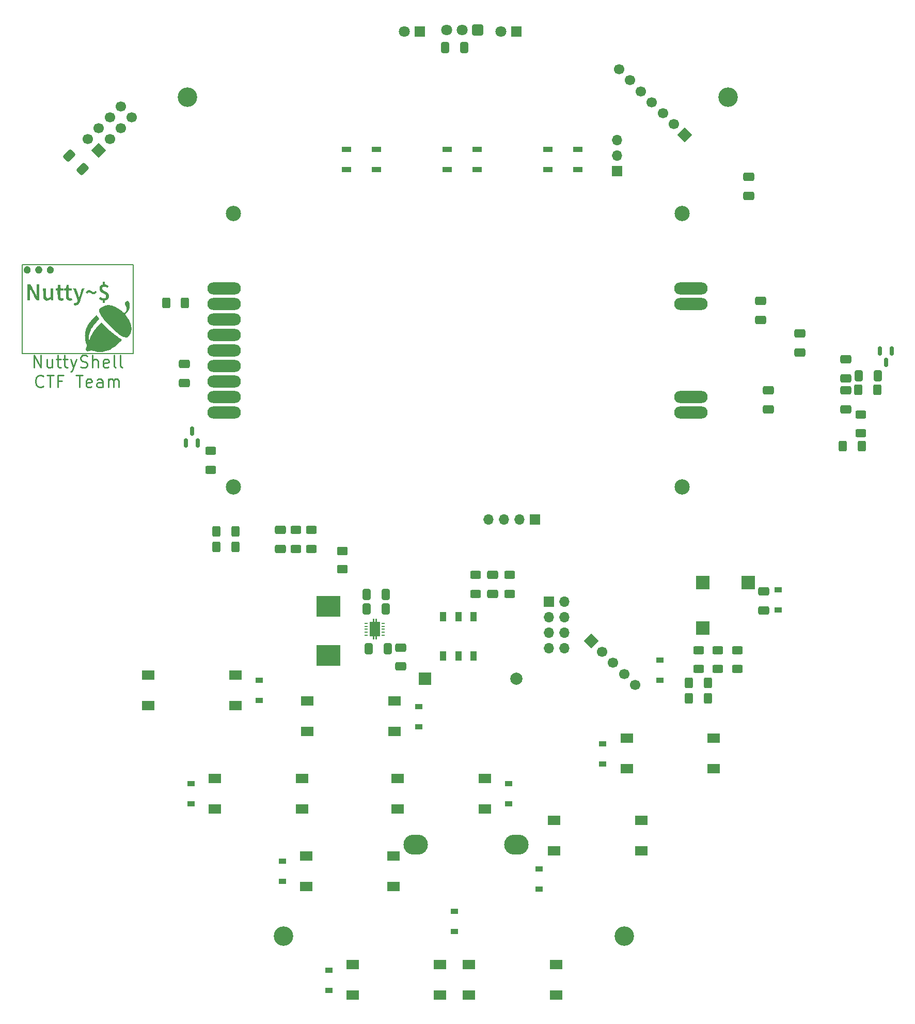
<source format=gts>
%TF.GenerationSoftware,KiCad,Pcbnew,(6.0.11)*%
%TF.CreationDate,2024-05-07T01:49:41+08:00*%
%TF.ProjectId,badge,62616467-652e-46b6-9963-61645f706362,rev?*%
%TF.SameCoordinates,Original*%
%TF.FileFunction,Soldermask,Top*%
%TF.FilePolarity,Negative*%
%FSLAX46Y46*%
G04 Gerber Fmt 4.6, Leading zero omitted, Abs format (unit mm)*
G04 Created by KiCad (PCBNEW (6.0.11)) date 2024-05-07 01:49:41*
%MOMM*%
%LPD*%
G01*
G04 APERTURE LIST*
G04 Aperture macros list*
%AMRoundRect*
0 Rectangle with rounded corners*
0 $1 Rounding radius*
0 $2 $3 $4 $5 $6 $7 $8 $9 X,Y pos of 4 corners*
0 Add a 4 corners polygon primitive as box body*
4,1,4,$2,$3,$4,$5,$6,$7,$8,$9,$2,$3,0*
0 Add four circle primitives for the rounded corners*
1,1,$1+$1,$2,$3*
1,1,$1+$1,$4,$5*
1,1,$1+$1,$6,$7*
1,1,$1+$1,$8,$9*
0 Add four rect primitives between the rounded corners*
20,1,$1+$1,$2,$3,$4,$5,0*
20,1,$1+$1,$4,$5,$6,$7,0*
20,1,$1+$1,$6,$7,$8,$9,0*
20,1,$1+$1,$8,$9,$2,$3,0*%
%AMHorizOval*
0 Thick line with rounded ends*
0 $1 width*
0 $2 $3 position (X,Y) of the first rounded end (center of the circle)*
0 $4 $5 position (X,Y) of the second rounded end (center of the circle)*
0 Add line between two ends*
20,1,$1,$2,$3,$4,$5,0*
0 Add two circle primitives to create the rounded ends*
1,1,$1,$2,$3*
1,1,$1,$4,$5*%
%AMRotRect*
0 Rectangle, with rotation*
0 The origin of the aperture is its center*
0 $1 length*
0 $2 width*
0 $3 Rotation angle, in degrees counterclockwise*
0 Add horizontal line*
21,1,$1,$2,0,0,$3*%
%AMFreePoly0*
4,1,21,-0.125000,1.200000,0.125000,1.200000,0.125000,1.700000,0.375000,1.700000,0.375000,1.200000,0.825000,1.200000,0.825000,-1.200000,0.375000,-1.200000,0.375000,-1.700000,0.125000,-1.700000,0.125000,-1.200000,-0.125000,-1.200000,-0.125000,-1.700000,-0.375000,-1.700000,-0.375000,-1.200000,-0.825000,-1.200000,-0.825000,1.200000,-0.375000,1.200000,-0.375000,1.700000,-0.125000,1.700000,
-0.125000,1.200000,-0.125000,1.200000,$1*%
G04 Aperture macros list end*
%ADD10C,0.000000*%
%ADD11C,0.150000*%
%ADD12C,0.280000*%
%ADD13R,1.200000X0.900000*%
%ADD14R,2.195000X2.195000*%
%ADD15RoundRect,0.250000X-0.412500X-0.650000X0.412500X-0.650000X0.412500X0.650000X-0.412500X0.650000X0*%
%ADD16RoundRect,0.250000X-0.625000X0.400000X-0.625000X-0.400000X0.625000X-0.400000X0.625000X0.400000X0*%
%ADD17C,3.200000*%
%ADD18R,2.000000X1.500000*%
%ADD19RoundRect,0.250000X0.400000X0.625000X-0.400000X0.625000X-0.400000X-0.625000X0.400000X-0.625000X0*%
%ADD20RoundRect,0.250000X0.625000X-0.400000X0.625000X0.400000X-0.625000X0.400000X-0.625000X-0.400000X0*%
%ADD21RoundRect,0.250000X-0.650000X0.412500X-0.650000X-0.412500X0.650000X-0.412500X0.650000X0.412500X0*%
%ADD22RoundRect,0.250000X0.650000X-0.412500X0.650000X0.412500X-0.650000X0.412500X-0.650000X-0.412500X0*%
%ADD23RotRect,1.700000X1.700000X45.000000*%
%ADD24HorizOval,1.700000X0.000000X0.000000X0.000000X0.000000X0*%
%ADD25RotRect,1.700000X1.700000X225.000000*%
%ADD26HorizOval,1.700000X0.000000X0.000000X0.000000X0.000000X0*%
%ADD27RoundRect,0.250000X0.412500X0.650000X-0.412500X0.650000X-0.412500X-0.650000X0.412500X-0.650000X0*%
%ADD28RoundRect,0.250200X0.649800X0.649800X-0.649800X0.649800X-0.649800X-0.649800X0.649800X-0.649800X0*%
%ADD29C,1.800000*%
%ADD30RotRect,1.700000X1.700000X135.000000*%
%ADD31HorizOval,1.700000X0.000000X0.000000X0.000000X0.000000X0*%
%ADD32R,1.500000X0.900000*%
%ADD33RoundRect,0.250000X-0.400000X-0.625000X0.400000X-0.625000X0.400000X0.625000X-0.400000X0.625000X0*%
%ADD34R,1.700000X1.700000*%
%ADD35O,1.700000X1.700000*%
%ADD36R,1.800000X1.800000*%
%ADD37RoundRect,0.150000X-0.150000X0.587500X-0.150000X-0.587500X0.150000X-0.587500X0.150000X0.587500X0*%
%ADD38RoundRect,0.250000X-0.751301X-0.167938X-0.167938X-0.751301X0.751301X0.167938X0.167938X0.751301X0*%
%ADD39R,4.000000X3.500000*%
%ADD40RoundRect,0.250001X-0.624999X0.462499X-0.624999X-0.462499X0.624999X-0.462499X0.624999X0.462499X0*%
%ADD41RoundRect,0.150000X0.150000X-0.587500X0.150000X0.587500X-0.150000X0.587500X-0.150000X-0.587500X0*%
%ADD42R,1.000000X1.550000*%
%ADD43O,5.500000X2.000000*%
%ADD44C,2.500000*%
%ADD45FreePoly0,0.000000*%
%ADD46R,0.600000X0.240000*%
%ADD47C,2.000000*%
%ADD48R,2.000000X2.000000*%
%ADD49O,4.000000X3.300000*%
G04 APERTURE END LIST*
D10*
G36*
X32537399Y-81765422D02*
G01*
X32545866Y-82042000D01*
X32794221Y-82050467D01*
X33039755Y-82058934D01*
X33039755Y-82423000D01*
X32531755Y-82423000D01*
X32534577Y-82922533D01*
X32534861Y-83020665D01*
X32535790Y-83109097D01*
X32537479Y-83188452D01*
X32540045Y-83259348D01*
X32543603Y-83322405D01*
X32545791Y-83351189D01*
X32548269Y-83378245D01*
X32551054Y-83403652D01*
X32554159Y-83427486D01*
X32557599Y-83449827D01*
X32561388Y-83470750D01*
X32565541Y-83490334D01*
X32570073Y-83508656D01*
X32574997Y-83525793D01*
X32580328Y-83541824D01*
X32586081Y-83556825D01*
X32592270Y-83570874D01*
X32598910Y-83584049D01*
X32606015Y-83596427D01*
X32613599Y-83608086D01*
X32621677Y-83619103D01*
X32630264Y-83629555D01*
X32639374Y-83639521D01*
X32649021Y-83649077D01*
X32659221Y-83658302D01*
X32669986Y-83667273D01*
X32681333Y-83676066D01*
X32693571Y-83685034D01*
X32705024Y-83692906D01*
X32715898Y-83699712D01*
X32726400Y-83705479D01*
X32736737Y-83710238D01*
X32747115Y-83714018D01*
X32757741Y-83716846D01*
X32768821Y-83718753D01*
X32780564Y-83719766D01*
X32793174Y-83719916D01*
X32806860Y-83719230D01*
X32821826Y-83717739D01*
X32838282Y-83715470D01*
X32856432Y-83712452D01*
X32898644Y-83704289D01*
X33036933Y-83676066D01*
X33067977Y-83811533D01*
X33075364Y-83847405D01*
X33081564Y-83879035D01*
X33086450Y-83906746D01*
X33089893Y-83930860D01*
X33091034Y-83941669D01*
X33091765Y-83951700D01*
X33092072Y-83960993D01*
X33091938Y-83969589D01*
X33091348Y-83977527D01*
X33090284Y-83984848D01*
X33088732Y-83991592D01*
X33086674Y-83997800D01*
X33084096Y-84003512D01*
X33080981Y-84008768D01*
X33077313Y-84013608D01*
X33073076Y-84018074D01*
X33068254Y-84022204D01*
X33062831Y-84026040D01*
X33056791Y-84029622D01*
X33050118Y-84032989D01*
X33042796Y-84036184D01*
X33034809Y-84039244D01*
X33016775Y-84045127D01*
X32995889Y-84050961D01*
X32972022Y-84057067D01*
X32932539Y-84066107D01*
X32893491Y-84073657D01*
X32854915Y-84079734D01*
X32816849Y-84084352D01*
X32779331Y-84087528D01*
X32742398Y-84089276D01*
X32706089Y-84089612D01*
X32670441Y-84088552D01*
X32635491Y-84086112D01*
X32601278Y-84082306D01*
X32567838Y-84077150D01*
X32535211Y-84070660D01*
X32503433Y-84062851D01*
X32472543Y-84053739D01*
X32442577Y-84043339D01*
X32413574Y-84031667D01*
X32385572Y-84018738D01*
X32358608Y-84004567D01*
X32332720Y-83989171D01*
X32307945Y-83972565D01*
X32284322Y-83954764D01*
X32261887Y-83935784D01*
X32240680Y-83915640D01*
X32220737Y-83894348D01*
X32202097Y-83871923D01*
X32184796Y-83848380D01*
X32168873Y-83823736D01*
X32154365Y-83798006D01*
X32141311Y-83771205D01*
X32129748Y-83743349D01*
X32119713Y-83714453D01*
X32111244Y-83684533D01*
X32105048Y-83646367D01*
X32099249Y-83590342D01*
X32093980Y-83518441D01*
X32089371Y-83432650D01*
X32085557Y-83334953D01*
X32082669Y-83227333D01*
X32080839Y-83111777D01*
X32080199Y-82990267D01*
X32080199Y-82423000D01*
X31797977Y-82423000D01*
X31797977Y-82058934D01*
X31947555Y-82050467D01*
X32094310Y-82042000D01*
X32125355Y-81773889D01*
X32137834Y-81669555D01*
X32148991Y-81582683D01*
X32153660Y-81548607D01*
X32157502Y-81522270D01*
X32160352Y-81504797D01*
X32161353Y-81499735D01*
X32162044Y-81497311D01*
X32163020Y-81496783D01*
X32165881Y-81496258D01*
X32176861Y-81495239D01*
X32217078Y-81493431D01*
X32276344Y-81492152D01*
X32348311Y-81491667D01*
X32528933Y-81491667D01*
X32537399Y-81765422D01*
G37*
G36*
X30922599Y-78447939D02*
G01*
X30950395Y-78451258D01*
X30978000Y-78456235D01*
X31005362Y-78462816D01*
X31032426Y-78470947D01*
X31059141Y-78480574D01*
X31085454Y-78491645D01*
X31111313Y-78504104D01*
X31136664Y-78517899D01*
X31161454Y-78532976D01*
X31185632Y-78549280D01*
X31209144Y-78566758D01*
X31231938Y-78585357D01*
X31253961Y-78605022D01*
X31275161Y-78625701D01*
X31295483Y-78647338D01*
X31314877Y-78669880D01*
X31333289Y-78693275D01*
X31350666Y-78717467D01*
X31366956Y-78742403D01*
X31382106Y-78768030D01*
X31396063Y-78794293D01*
X31408775Y-78821139D01*
X31420189Y-78848515D01*
X31430252Y-78876366D01*
X31438911Y-78904638D01*
X31446114Y-78933279D01*
X31451809Y-78962233D01*
X31455941Y-78991448D01*
X31458459Y-79020870D01*
X31459310Y-79050445D01*
X31458737Y-79073787D01*
X31457037Y-79097219D01*
X31454241Y-79120697D01*
X31450381Y-79144179D01*
X31445487Y-79167622D01*
X31439591Y-79190982D01*
X31432723Y-79214217D01*
X31424915Y-79237285D01*
X31416197Y-79260141D01*
X31406600Y-79282744D01*
X31396157Y-79305050D01*
X31384896Y-79327017D01*
X31372851Y-79348601D01*
X31360050Y-79369760D01*
X31346527Y-79390451D01*
X31332310Y-79410631D01*
X31317433Y-79430257D01*
X31301925Y-79449286D01*
X31285817Y-79467675D01*
X31269141Y-79485381D01*
X31251928Y-79502362D01*
X31234208Y-79518575D01*
X31216013Y-79533976D01*
X31197373Y-79548523D01*
X31178320Y-79562173D01*
X31158884Y-79574883D01*
X31139098Y-79586610D01*
X31118990Y-79597311D01*
X31098594Y-79606944D01*
X31077939Y-79615465D01*
X31057056Y-79622831D01*
X31035977Y-79629001D01*
X30982535Y-79640993D01*
X30930237Y-79648010D01*
X30879203Y-79650270D01*
X30829553Y-79647990D01*
X30781405Y-79641388D01*
X30734879Y-79630681D01*
X30690095Y-79616087D01*
X30647172Y-79597824D01*
X30606229Y-79576108D01*
X30567386Y-79551159D01*
X30530761Y-79523192D01*
X30496475Y-79492426D01*
X30464647Y-79459078D01*
X30435396Y-79423366D01*
X30408841Y-79385508D01*
X30385102Y-79345720D01*
X30364299Y-79304221D01*
X30346550Y-79261228D01*
X30331975Y-79216958D01*
X30320693Y-79171630D01*
X30312824Y-79125460D01*
X30308487Y-79078666D01*
X30307801Y-79031467D01*
X30310887Y-78984078D01*
X30317862Y-78936719D01*
X30328847Y-78889606D01*
X30343961Y-78842957D01*
X30363324Y-78796990D01*
X30387054Y-78751922D01*
X30415271Y-78707971D01*
X30448094Y-78665354D01*
X30485644Y-78624288D01*
X30498657Y-78611633D01*
X30512229Y-78599109D01*
X30526255Y-78586784D01*
X30540633Y-78574724D01*
X30555259Y-78562994D01*
X30570029Y-78551661D01*
X30584841Y-78540791D01*
X30599591Y-78530451D01*
X30614176Y-78520705D01*
X30628491Y-78511621D01*
X30642435Y-78503265D01*
X30655903Y-78495702D01*
X30668793Y-78488999D01*
X30681000Y-78483222D01*
X30692422Y-78478437D01*
X30702955Y-78474711D01*
X30722953Y-78469447D01*
X30744406Y-78464348D01*
X30766653Y-78459580D01*
X30789033Y-78455308D01*
X30810883Y-78451698D01*
X30831543Y-78448914D01*
X30850350Y-78447123D01*
X30858852Y-78446651D01*
X30866644Y-78446489D01*
X30894664Y-78446331D01*
X30922599Y-78447939D01*
G37*
D11*
X26289000Y-78206600D02*
X44450000Y-78206600D01*
X44450000Y-78206600D02*
X44450000Y-92760800D01*
X44450000Y-92760800D02*
X26289000Y-92760800D01*
X26289000Y-92760800D02*
X26289000Y-78206600D01*
D10*
G36*
X27107317Y-78447861D02*
G01*
X27123010Y-78449063D01*
X27139299Y-78451150D01*
X27156480Y-78454118D01*
X27174852Y-78457962D01*
X27194713Y-78462678D01*
X27240089Y-78474711D01*
X27288064Y-78489641D01*
X27333514Y-78507900D01*
X27376359Y-78529374D01*
X27416522Y-78553954D01*
X27453922Y-78581526D01*
X27488483Y-78611980D01*
X27520125Y-78645204D01*
X27548769Y-78681086D01*
X27574338Y-78719515D01*
X27596752Y-78760379D01*
X27615934Y-78803566D01*
X27631804Y-78848965D01*
X27644284Y-78896464D01*
X27653296Y-78945951D01*
X27658761Y-78997315D01*
X27660600Y-79050445D01*
X27658357Y-79106923D01*
X27651783Y-79160958D01*
X27641112Y-79212488D01*
X27626579Y-79261450D01*
X27608415Y-79307783D01*
X27586855Y-79351425D01*
X27562133Y-79392313D01*
X27534482Y-79430386D01*
X27504135Y-79465582D01*
X27471326Y-79497839D01*
X27436289Y-79527094D01*
X27399257Y-79553285D01*
X27360465Y-79576352D01*
X27320144Y-79596230D01*
X27278530Y-79612860D01*
X27235855Y-79626178D01*
X27192354Y-79636123D01*
X27148259Y-79642632D01*
X27103804Y-79645643D01*
X27059224Y-79645096D01*
X27014751Y-79640926D01*
X26970619Y-79633074D01*
X26927061Y-79621475D01*
X26884312Y-79606070D01*
X26842605Y-79586794D01*
X26802173Y-79563587D01*
X26763250Y-79536387D01*
X26726069Y-79505131D01*
X26690865Y-79469757D01*
X26657870Y-79430204D01*
X26627319Y-79386409D01*
X26599444Y-79338311D01*
X26584308Y-79307063D01*
X26571158Y-79275283D01*
X26559962Y-79243054D01*
X26550689Y-79210457D01*
X26543308Y-79177572D01*
X26537786Y-79144481D01*
X26534093Y-79111265D01*
X26532196Y-79078005D01*
X26532065Y-79044783D01*
X26533667Y-79011678D01*
X26536972Y-78978774D01*
X26541947Y-78946149D01*
X26548561Y-78913887D01*
X26556784Y-78882067D01*
X26566582Y-78850771D01*
X26577925Y-78820081D01*
X26590781Y-78790077D01*
X26605118Y-78760840D01*
X26620906Y-78732451D01*
X26638112Y-78704993D01*
X26656705Y-78678545D01*
X26676654Y-78653189D01*
X26697926Y-78629006D01*
X26720491Y-78606077D01*
X26744317Y-78584484D01*
X26769372Y-78564307D01*
X26795625Y-78545628D01*
X26823045Y-78528527D01*
X26851599Y-78513086D01*
X26881256Y-78499386D01*
X26911986Y-78487509D01*
X26943755Y-78477534D01*
X26989131Y-78464564D01*
X27008992Y-78459458D01*
X27027364Y-78455265D01*
X27044545Y-78451982D01*
X27060833Y-78449604D01*
X27076526Y-78448127D01*
X27091922Y-78447548D01*
X27107317Y-78447861D01*
G37*
G36*
X38492079Y-86466915D02*
G01*
X38499304Y-86472161D01*
X38518608Y-86490214D01*
X38543527Y-86517188D01*
X38573030Y-86551691D01*
X38641673Y-86637708D01*
X38716302Y-86737119D01*
X38788682Y-86838780D01*
X38850578Y-86931544D01*
X38875021Y-86971107D01*
X38893755Y-87004266D01*
X38905750Y-87029628D01*
X38908899Y-87038950D01*
X38909977Y-87045800D01*
X38908773Y-87050737D01*
X38905242Y-87058042D01*
X38899503Y-87067572D01*
X38891677Y-87079181D01*
X38870240Y-87108060D01*
X38841891Y-87143519D01*
X38807589Y-87184403D01*
X38768292Y-87229553D01*
X38724961Y-87277812D01*
X38678555Y-87328022D01*
X38628394Y-87380922D01*
X38576249Y-87436898D01*
X38471827Y-87551330D01*
X38376930Y-87657825D01*
X38303198Y-87742889D01*
X38274999Y-87777163D01*
X38247989Y-87809652D01*
X38200188Y-87866361D01*
X38165087Y-87907195D01*
X38153952Y-87919840D01*
X38147976Y-87926333D01*
X38143148Y-87931674D01*
X38135277Y-87941017D01*
X38111993Y-87969725D01*
X38081301Y-88008486D01*
X38046376Y-88053333D01*
X37941281Y-88196097D01*
X37842068Y-88341371D01*
X37748999Y-88488488D01*
X37662334Y-88636784D01*
X37582332Y-88785592D01*
X37509256Y-88934247D01*
X37443364Y-89082084D01*
X37384918Y-89228436D01*
X37334178Y-89372639D01*
X37291405Y-89514026D01*
X37256858Y-89651933D01*
X37230798Y-89785692D01*
X37213487Y-89914640D01*
X37205183Y-90038110D01*
X37206149Y-90155437D01*
X37216643Y-90265955D01*
X37222679Y-90305793D01*
X37229079Y-90343622D01*
X37235743Y-90379151D01*
X37242573Y-90412093D01*
X37249468Y-90442158D01*
X37256331Y-90469056D01*
X37263061Y-90492498D01*
X37269560Y-90512194D01*
X37272692Y-90520548D01*
X37275728Y-90527856D01*
X37278657Y-90534083D01*
X37281466Y-90539193D01*
X37284143Y-90543149D01*
X37286675Y-90545916D01*
X37289050Y-90547458D01*
X37290175Y-90547757D01*
X37291256Y-90547737D01*
X37292291Y-90547392D01*
X37293279Y-90546718D01*
X37295109Y-90544365D01*
X37296731Y-90540641D01*
X37298135Y-90535511D01*
X37299307Y-90528938D01*
X37300235Y-90520886D01*
X37300907Y-90511318D01*
X37301310Y-90500200D01*
X37303622Y-90479072D01*
X37310284Y-90449179D01*
X37335000Y-90367203D01*
X37372152Y-90262472D01*
X37418432Y-90143189D01*
X37470533Y-90017556D01*
X37525148Y-89893775D01*
X37578968Y-89780048D01*
X37628688Y-89684577D01*
X37686979Y-89584179D01*
X37753174Y-89476703D01*
X37826183Y-89363803D01*
X37904913Y-89247133D01*
X37988273Y-89128346D01*
X38075172Y-89009096D01*
X38164519Y-88891036D01*
X38255221Y-88775821D01*
X38366671Y-88638613D01*
X38508119Y-88469787D01*
X38666433Y-88284292D01*
X38828485Y-88097077D01*
X38981144Y-87923092D01*
X39111280Y-87777285D01*
X39205764Y-87674604D01*
X39235533Y-87644108D01*
X39251465Y-87630000D01*
X39253495Y-87629426D01*
X39256396Y-87629808D01*
X39264722Y-87633357D01*
X39276264Y-87640486D01*
X39290844Y-87651034D01*
X39328409Y-87681742D01*
X39375996Y-87724191D01*
X39432181Y-87777091D01*
X39495544Y-87839152D01*
X39564661Y-87909085D01*
X39638110Y-87985599D01*
X39782595Y-88135365D01*
X39924037Y-88279904D01*
X40062568Y-88419285D01*
X40198321Y-88553572D01*
X40331429Y-88682832D01*
X40462022Y-88807131D01*
X40590235Y-88926535D01*
X40716199Y-89041110D01*
X40888316Y-89189933D01*
X41091422Y-89356450D01*
X41316026Y-89533484D01*
X41552635Y-89713858D01*
X41791757Y-89890396D01*
X42023902Y-90055920D01*
X42239576Y-90203254D01*
X42429287Y-90325222D01*
X42450174Y-90338503D01*
X42470436Y-90351834D01*
X42489978Y-90365132D01*
X42508707Y-90378315D01*
X42526525Y-90391299D01*
X42543340Y-90404002D01*
X42559054Y-90416341D01*
X42573574Y-90428233D01*
X42586804Y-90439597D01*
X42598648Y-90450348D01*
X42609013Y-90460405D01*
X42617803Y-90469685D01*
X42624923Y-90478104D01*
X42627826Y-90481966D01*
X42630277Y-90485582D01*
X42632262Y-90488941D01*
X42633771Y-90492034D01*
X42634790Y-90494849D01*
X42635309Y-90497377D01*
X42633203Y-90504577D01*
X42627028Y-90515452D01*
X42603328Y-90547384D01*
X42565918Y-90591486D01*
X42516511Y-90646073D01*
X42388553Y-90779952D01*
X42233143Y-90935527D01*
X42063976Y-91099304D01*
X41894742Y-91257790D01*
X41739134Y-91397490D01*
X41610844Y-91504910D01*
X41534165Y-91564346D01*
X41455671Y-91622942D01*
X41294446Y-91736906D01*
X41129583Y-91845379D01*
X40963496Y-91946941D01*
X40798600Y-92040168D01*
X40717353Y-92083212D01*
X40637309Y-92123639D01*
X40558770Y-92161271D01*
X40482037Y-92195931D01*
X40407413Y-92227440D01*
X40335199Y-92255622D01*
X40288621Y-92271789D01*
X40230865Y-92290238D01*
X40091077Y-92331469D01*
X39934356Y-92374287D01*
X39779221Y-92413667D01*
X39688466Y-92434072D01*
X39597293Y-92451899D01*
X39505880Y-92467145D01*
X39414405Y-92479812D01*
X39323046Y-92489899D01*
X39231980Y-92497407D01*
X39141386Y-92502335D01*
X39051441Y-92504683D01*
X38962322Y-92504451D01*
X38874208Y-92501640D01*
X38787277Y-92496249D01*
X38701706Y-92488279D01*
X38617672Y-92477729D01*
X38535355Y-92464599D01*
X38454930Y-92448889D01*
X38376577Y-92430600D01*
X38124291Y-92367194D01*
X38018924Y-92341718D01*
X37925683Y-92320224D01*
X37843273Y-92302583D01*
X37770400Y-92288667D01*
X37705771Y-92278348D01*
X37648091Y-92271497D01*
X37621453Y-92269332D01*
X37596066Y-92267986D01*
X37571771Y-92267444D01*
X37548404Y-92267688D01*
X37525803Y-92268703D01*
X37503808Y-92270474D01*
X37482257Y-92272983D01*
X37460986Y-92276215D01*
X37418644Y-92284785D01*
X37375488Y-92296054D01*
X37330223Y-92309894D01*
X37281555Y-92326178D01*
X37252671Y-92335776D01*
X37224739Y-92344458D01*
X37197739Y-92352217D01*
X37171648Y-92359047D01*
X37146444Y-92364940D01*
X37122104Y-92369890D01*
X37098607Y-92373890D01*
X37075930Y-92376934D01*
X37054050Y-92379014D01*
X37032947Y-92380124D01*
X37012596Y-92380258D01*
X36992977Y-92379408D01*
X36974067Y-92377569D01*
X36955844Y-92374732D01*
X36938285Y-92370892D01*
X36921369Y-92366041D01*
X36905072Y-92360174D01*
X36889374Y-92353283D01*
X36874251Y-92345361D01*
X36859682Y-92336402D01*
X36845644Y-92326400D01*
X36832115Y-92315347D01*
X36819073Y-92303236D01*
X36806495Y-92290062D01*
X36794360Y-92275816D01*
X36782644Y-92260494D01*
X36771327Y-92244087D01*
X36760386Y-92226589D01*
X36749797Y-92207994D01*
X36739541Y-92188294D01*
X36729593Y-92167483D01*
X36719932Y-92145555D01*
X36711673Y-92124277D01*
X36704922Y-92103657D01*
X36699735Y-92083425D01*
X36696164Y-92063313D01*
X36694263Y-92043053D01*
X36694086Y-92022375D01*
X36695686Y-92001010D01*
X36699118Y-91978691D01*
X36704436Y-91955148D01*
X36711692Y-91930113D01*
X36720941Y-91903316D01*
X36732236Y-91874489D01*
X36745631Y-91843364D01*
X36761180Y-91809672D01*
X36778937Y-91773143D01*
X36798955Y-91733510D01*
X36816813Y-91696368D01*
X36832282Y-91660871D01*
X36845353Y-91626615D01*
X36856017Y-91593193D01*
X36864268Y-91560202D01*
X36870095Y-91527235D01*
X36873492Y-91493888D01*
X36874450Y-91459755D01*
X36872960Y-91424432D01*
X36869015Y-91387513D01*
X36862605Y-91348593D01*
X36853724Y-91307267D01*
X36842361Y-91263130D01*
X36828511Y-91215776D01*
X36812163Y-91164801D01*
X36793309Y-91109799D01*
X36736612Y-90938278D01*
X36688976Y-90775322D01*
X36668412Y-90696178D01*
X36649939Y-90618121D01*
X36633500Y-90540800D01*
X36619038Y-90463864D01*
X36606493Y-90386960D01*
X36595809Y-90309739D01*
X36586928Y-90231847D01*
X36579791Y-90152934D01*
X36574341Y-90072649D01*
X36570519Y-89990640D01*
X36567532Y-89820045D01*
X36568367Y-89729321D01*
X36570905Y-89641148D01*
X36575197Y-89555298D01*
X36581290Y-89471544D01*
X36589236Y-89389659D01*
X36599083Y-89309415D01*
X36610882Y-89230585D01*
X36624682Y-89152941D01*
X36640532Y-89076257D01*
X36658482Y-89000304D01*
X36678582Y-88924856D01*
X36700882Y-88849685D01*
X36725430Y-88774563D01*
X36752277Y-88699264D01*
X36781472Y-88623559D01*
X36813065Y-88547222D01*
X36860785Y-88437783D01*
X36909071Y-88333301D01*
X36958489Y-88232978D01*
X37009607Y-88136015D01*
X37062990Y-88041616D01*
X37119205Y-87948983D01*
X37178818Y-87857316D01*
X37242396Y-87765819D01*
X37310505Y-87673694D01*
X37383711Y-87580142D01*
X37462581Y-87484367D01*
X37547681Y-87385569D01*
X37639578Y-87282952D01*
X37738837Y-87175716D01*
X37961710Y-86944201D01*
X38060317Y-86845681D01*
X38153665Y-86754538D01*
X38239671Y-86672588D01*
X38316252Y-86601652D01*
X38381323Y-86543549D01*
X38408891Y-86519878D01*
X38432801Y-86500097D01*
X38452791Y-86484433D01*
X38468602Y-86473115D01*
X38479973Y-86466369D01*
X38483912Y-86464782D01*
X38486643Y-86464423D01*
X38492079Y-86466915D01*
G37*
G36*
X39869533Y-81401356D02*
G01*
X40016288Y-81449334D01*
X40043456Y-81458695D01*
X40071839Y-81469723D01*
X40101132Y-81482231D01*
X40131029Y-81496033D01*
X40161223Y-81510942D01*
X40191409Y-81526774D01*
X40221280Y-81543342D01*
X40250532Y-81560459D01*
X40278858Y-81577940D01*
X40305951Y-81595599D01*
X40331507Y-81613249D01*
X40355219Y-81630705D01*
X40376781Y-81647781D01*
X40395888Y-81664291D01*
X40412233Y-81680048D01*
X40425510Y-81694866D01*
X40429736Y-81700305D01*
X40432858Y-81706095D01*
X40433991Y-81709149D01*
X40434830Y-81712323D01*
X40435371Y-81715628D01*
X40435608Y-81719076D01*
X40435535Y-81722677D01*
X40435146Y-81726441D01*
X40433398Y-81734505D01*
X40430318Y-81743354D01*
X40425862Y-81753075D01*
X40419984Y-81763756D01*
X40412639Y-81775482D01*
X40403780Y-81788341D01*
X40393363Y-81802420D01*
X40381342Y-81817805D01*
X40367671Y-81834584D01*
X40352305Y-81852842D01*
X40335199Y-81872667D01*
X40213843Y-82013778D01*
X40146110Y-81954511D01*
X40121125Y-81932179D01*
X40095856Y-81911720D01*
X40070214Y-81893089D01*
X40044113Y-81876239D01*
X40017467Y-81861125D01*
X39990188Y-81847702D01*
X39962190Y-81835925D01*
X39933385Y-81825748D01*
X39903688Y-81817124D01*
X39873011Y-81810010D01*
X39841267Y-81804360D01*
X39808369Y-81800127D01*
X39774232Y-81797267D01*
X39738767Y-81795734D01*
X39701889Y-81795482D01*
X39663510Y-81796467D01*
X39651799Y-81797709D01*
X39639971Y-81799827D01*
X39628059Y-81802783D01*
X39616094Y-81806543D01*
X39604109Y-81811072D01*
X39592134Y-81816336D01*
X39580204Y-81822297D01*
X39568348Y-81828923D01*
X39544992Y-81844023D01*
X39522322Y-81861356D01*
X39500594Y-81880640D01*
X39480066Y-81901595D01*
X39460992Y-81923938D01*
X39443630Y-81947390D01*
X39428236Y-81971668D01*
X39415067Y-81996492D01*
X39409396Y-82009021D01*
X39404377Y-82021580D01*
X39400043Y-82034136D01*
X39396424Y-82046652D01*
X39393555Y-82059094D01*
X39391465Y-82071427D01*
X39390188Y-82083614D01*
X39389755Y-82095622D01*
X39391263Y-82123885D01*
X39395868Y-82151593D01*
X39403689Y-82178854D01*
X39414846Y-82205777D01*
X39429459Y-82232468D01*
X39447649Y-82259036D01*
X39469534Y-82285586D01*
X39495235Y-82312228D01*
X39524872Y-82339068D01*
X39558564Y-82366214D01*
X39596432Y-82393773D01*
X39638595Y-82421853D01*
X39685173Y-82450562D01*
X39736287Y-82480006D01*
X39792056Y-82510294D01*
X39852599Y-82541533D01*
X39913767Y-82574161D01*
X39972318Y-82607425D01*
X40028148Y-82641236D01*
X40081155Y-82675501D01*
X40131235Y-82710129D01*
X40178285Y-82745031D01*
X40222201Y-82780115D01*
X40262880Y-82815289D01*
X40300218Y-82850463D01*
X40334113Y-82885547D01*
X40364461Y-82920449D01*
X40391158Y-82955077D01*
X40414102Y-82989342D01*
X40424134Y-83006310D01*
X40433188Y-83023153D01*
X40441253Y-83039859D01*
X40448314Y-83056417D01*
X40454360Y-83072816D01*
X40459376Y-83089045D01*
X40466321Y-83116978D01*
X40472335Y-83146614D01*
X40477415Y-83177672D01*
X40481557Y-83209871D01*
X40484756Y-83242930D01*
X40487008Y-83276568D01*
X40488310Y-83310503D01*
X40488656Y-83344456D01*
X40488044Y-83378143D01*
X40486468Y-83411285D01*
X40483925Y-83443600D01*
X40480410Y-83474807D01*
X40475920Y-83504625D01*
X40470450Y-83532773D01*
X40463996Y-83558969D01*
X40456554Y-83582933D01*
X40440652Y-83624502D01*
X40421673Y-83665450D01*
X40399851Y-83705555D01*
X40375415Y-83744594D01*
X40348599Y-83782342D01*
X40319632Y-83818578D01*
X40288748Y-83853077D01*
X40256177Y-83885617D01*
X40222150Y-83915974D01*
X40186900Y-83943924D01*
X40150658Y-83969246D01*
X40113655Y-83991715D01*
X40076122Y-84011108D01*
X40038293Y-84027202D01*
X40019339Y-84033942D01*
X40000397Y-84039774D01*
X39981496Y-84044670D01*
X39962666Y-84048601D01*
X39869533Y-84065533D01*
X39869533Y-84483222D01*
X39530866Y-84483222D01*
X39530866Y-84285667D01*
X39530816Y-84251818D01*
X39530601Y-84222045D01*
X39530121Y-84196060D01*
X39529278Y-84173571D01*
X39528689Y-84163548D01*
X39527972Y-84154291D01*
X39527114Y-84145764D01*
X39526103Y-84137930D01*
X39524927Y-84130753D01*
X39523573Y-84124198D01*
X39522029Y-84118227D01*
X39520282Y-84112805D01*
X39518321Y-84107896D01*
X39516132Y-84103464D01*
X39513703Y-84099471D01*
X39511022Y-84095883D01*
X39508076Y-84092663D01*
X39504854Y-84089774D01*
X39501342Y-84087181D01*
X39497528Y-84084848D01*
X39493400Y-84082737D01*
X39488946Y-84080814D01*
X39484152Y-84079042D01*
X39479007Y-84077384D01*
X39467614Y-84074268D01*
X39454666Y-84071178D01*
X39410708Y-84060656D01*
X39364013Y-84047332D01*
X39315350Y-84031577D01*
X39265489Y-84013763D01*
X39215197Y-83994262D01*
X39165244Y-83973447D01*
X39116400Y-83951689D01*
X39069432Y-83929361D01*
X39025110Y-83906834D01*
X38984203Y-83884481D01*
X38947480Y-83862674D01*
X38915709Y-83841784D01*
X38889660Y-83822184D01*
X38879021Y-83812984D01*
X38870101Y-83804246D01*
X38862996Y-83796017D01*
X38857802Y-83788342D01*
X38854615Y-83781269D01*
X38853532Y-83774844D01*
X38854018Y-83770734D01*
X38855440Y-83765344D01*
X38860857Y-83751093D01*
X38869326Y-83732832D01*
X38880387Y-83711300D01*
X38893581Y-83687239D01*
X38908449Y-83661388D01*
X38941373Y-83607275D01*
X38975488Y-83554882D01*
X38991845Y-83531181D01*
X39007123Y-83510129D01*
X39020862Y-83492467D01*
X39032605Y-83478936D01*
X39041893Y-83470274D01*
X39045472Y-83468001D01*
X39048266Y-83467222D01*
X39050372Y-83467580D01*
X39053475Y-83468628D01*
X39062421Y-83472646D01*
X39074608Y-83478980D01*
X39089541Y-83487331D01*
X39106722Y-83497402D01*
X39125656Y-83508894D01*
X39145847Y-83521512D01*
X39166799Y-83534956D01*
X39197709Y-83555334D01*
X39228072Y-83574158D01*
X39258006Y-83591461D01*
X39287625Y-83607275D01*
X39317046Y-83621634D01*
X39346384Y-83634571D01*
X39375756Y-83646119D01*
X39405276Y-83656311D01*
X39435061Y-83665180D01*
X39465226Y-83672759D01*
X39495888Y-83679082D01*
X39527161Y-83684181D01*
X39559162Y-83688089D01*
X39592006Y-83690839D01*
X39625809Y-83692465D01*
X39660687Y-83693000D01*
X39688907Y-83692887D01*
X39714464Y-83692493D01*
X39737607Y-83691735D01*
X39758583Y-83690531D01*
X39777642Y-83688797D01*
X39795030Y-83686452D01*
X39803175Y-83685024D01*
X39810996Y-83683412D01*
X39818523Y-83681605D01*
X39825788Y-83679594D01*
X39832821Y-83677369D01*
X39839653Y-83674917D01*
X39846317Y-83672231D01*
X39852841Y-83669298D01*
X39859259Y-83666109D01*
X39865599Y-83662653D01*
X39871895Y-83658920D01*
X39878175Y-83654900D01*
X39890817Y-83645957D01*
X39903774Y-83635740D01*
X39917292Y-83624167D01*
X39931621Y-83611156D01*
X39946620Y-83597920D01*
X39959932Y-83585569D01*
X39971656Y-83573862D01*
X39981892Y-83562561D01*
X39990739Y-83551425D01*
X39998296Y-83540214D01*
X40004663Y-83528690D01*
X40009938Y-83516611D01*
X40014221Y-83503739D01*
X40017611Y-83489833D01*
X40020207Y-83474654D01*
X40022109Y-83457962D01*
X40023415Y-83439517D01*
X40024226Y-83419080D01*
X40024755Y-83371267D01*
X40024607Y-83346586D01*
X40024099Y-83324232D01*
X40023136Y-83303953D01*
X40021624Y-83285498D01*
X40019467Y-83268613D01*
X40018116Y-83260681D01*
X40016569Y-83253047D01*
X40014813Y-83245680D01*
X40012837Y-83238548D01*
X40010628Y-83231620D01*
X40008174Y-83224864D01*
X40005464Y-83218248D01*
X40002486Y-83211741D01*
X39999228Y-83205312D01*
X39995678Y-83198929D01*
X39991824Y-83192560D01*
X39987654Y-83186175D01*
X39978320Y-83173226D01*
X39967580Y-83159831D01*
X39955340Y-83145737D01*
X39941504Y-83130692D01*
X39925977Y-83114445D01*
X39914567Y-83103222D01*
X39900582Y-83090809D01*
X39865696Y-83062939D01*
X39822938Y-83031895D01*
X39773930Y-82998734D01*
X39720291Y-82964514D01*
X39663643Y-82930295D01*
X39605605Y-82897133D01*
X39547799Y-82866089D01*
X39484654Y-82832347D01*
X39425358Y-82798829D01*
X39369856Y-82765493D01*
X39318096Y-82732298D01*
X39270024Y-82699202D01*
X39225586Y-82666163D01*
X39184728Y-82633141D01*
X39147396Y-82600094D01*
X39113537Y-82566982D01*
X39083097Y-82533761D01*
X39056022Y-82500392D01*
X39032258Y-82466833D01*
X39021601Y-82449969D01*
X39011752Y-82433042D01*
X39002704Y-82416046D01*
X38994450Y-82398978D01*
X38986984Y-82381831D01*
X38980299Y-82364600D01*
X38974387Y-82347280D01*
X38969243Y-82329866D01*
X38960102Y-82294596D01*
X38952763Y-82259208D01*
X38947197Y-82223763D01*
X38943369Y-82188326D01*
X38941250Y-82152958D01*
X38940805Y-82117725D01*
X38942004Y-82082687D01*
X38944814Y-82047909D01*
X38949203Y-82013453D01*
X38955139Y-81979383D01*
X38962591Y-81945762D01*
X38971526Y-81912652D01*
X38981912Y-81880117D01*
X38993716Y-81848219D01*
X39006908Y-81817022D01*
X39021455Y-81786589D01*
X39037325Y-81756983D01*
X39054485Y-81728266D01*
X39072904Y-81700503D01*
X39092551Y-81673755D01*
X39113392Y-81648087D01*
X39135395Y-81623560D01*
X39158530Y-81600239D01*
X39182763Y-81578185D01*
X39208062Y-81557463D01*
X39234396Y-81538135D01*
X39261733Y-81520265D01*
X39290040Y-81503915D01*
X39319286Y-81489148D01*
X39349438Y-81476027D01*
X39380464Y-81464616D01*
X39412333Y-81454978D01*
X39530866Y-81423934D01*
X39530866Y-81011889D01*
X39869533Y-81011889D01*
X39869533Y-81401356D01*
G37*
G36*
X37295667Y-82375022D02*
G01*
X37317732Y-82376824D01*
X37338579Y-82379118D01*
X37358441Y-82381999D01*
X37377555Y-82385562D01*
X37396156Y-82389902D01*
X37414481Y-82395114D01*
X37432764Y-82401294D01*
X37451241Y-82408536D01*
X37470148Y-82416936D01*
X37489721Y-82426589D01*
X37510195Y-82437589D01*
X37531806Y-82450032D01*
X37554790Y-82464013D01*
X37579382Y-82479626D01*
X37634332Y-82516133D01*
X37690959Y-82553941D01*
X37742597Y-82586953D01*
X37789678Y-82615203D01*
X37811646Y-82627553D01*
X37832638Y-82638724D01*
X37852707Y-82648721D01*
X37871910Y-82657548D01*
X37890298Y-82665209D01*
X37907928Y-82671708D01*
X37924853Y-82677050D01*
X37941127Y-82681239D01*
X37956805Y-82684278D01*
X37971941Y-82686172D01*
X37986589Y-82686925D01*
X38000803Y-82686542D01*
X38014638Y-82685025D01*
X38028148Y-82682380D01*
X38041387Y-82678610D01*
X38054410Y-82673720D01*
X38067271Y-82667714D01*
X38080023Y-82660596D01*
X38092722Y-82652370D01*
X38105421Y-82643040D01*
X38118175Y-82632610D01*
X38131038Y-82621085D01*
X38144064Y-82608468D01*
X38157308Y-82594764D01*
X38170824Y-82579977D01*
X38184666Y-82564111D01*
X38272155Y-82456867D01*
X38393510Y-82544356D01*
X38406035Y-82553311D01*
X38418171Y-82562154D01*
X38429861Y-82570841D01*
X38441046Y-82579325D01*
X38451670Y-82587561D01*
X38461673Y-82595503D01*
X38470998Y-82603106D01*
X38479588Y-82610325D01*
X38487383Y-82617114D01*
X38494327Y-82623428D01*
X38500362Y-82629220D01*
X38505429Y-82634447D01*
X38509471Y-82639061D01*
X38511089Y-82641125D01*
X38512429Y-82643018D01*
X38513485Y-82644736D01*
X38514247Y-82646272D01*
X38514710Y-82647622D01*
X38514866Y-82648778D01*
X38514280Y-82652977D01*
X38512562Y-82658124D01*
X38505964Y-82671025D01*
X38495537Y-82687002D01*
X38481749Y-82705575D01*
X38465067Y-82726265D01*
X38445959Y-82748592D01*
X38424891Y-82772077D01*
X38402330Y-82796239D01*
X38378744Y-82820600D01*
X38354600Y-82844680D01*
X38330366Y-82867999D01*
X38306507Y-82890078D01*
X38283492Y-82910437D01*
X38261787Y-82928597D01*
X38241860Y-82944078D01*
X38224177Y-82956400D01*
X38207377Y-82966090D01*
X38189787Y-82975048D01*
X38171411Y-82983270D01*
X38152255Y-82990752D01*
X38132321Y-82997490D01*
X38111613Y-83003479D01*
X38090137Y-83008717D01*
X38067896Y-83013197D01*
X38044895Y-83016917D01*
X38021137Y-83019873D01*
X37996626Y-83022059D01*
X37971367Y-83023472D01*
X37945364Y-83024108D01*
X37918622Y-83023962D01*
X37891143Y-83023031D01*
X37862932Y-83021311D01*
X37853896Y-83019969D01*
X37842769Y-83017061D01*
X37829706Y-83012673D01*
X37814866Y-83006891D01*
X37780481Y-82991496D01*
X37740871Y-82971570D01*
X37697292Y-82947807D01*
X37651001Y-82920902D01*
X37603255Y-82891550D01*
X37555310Y-82860445D01*
X37507751Y-82829466D01*
X37461118Y-82800473D01*
X37416602Y-82774124D01*
X37375393Y-82751084D01*
X37356401Y-82741010D01*
X37338682Y-82732012D01*
X37322386Y-82724171D01*
X37307660Y-82717570D01*
X37294654Y-82712292D01*
X37283517Y-82708420D01*
X37274397Y-82706036D01*
X37270641Y-82705428D01*
X37267444Y-82705223D01*
X37252035Y-82705817D01*
X37236509Y-82707598D01*
X37220885Y-82710562D01*
X37205178Y-82714703D01*
X37189405Y-82720019D01*
X37173582Y-82726505D01*
X37157727Y-82734156D01*
X37141855Y-82742970D01*
X37125982Y-82752940D01*
X37110127Y-82764065D01*
X37094304Y-82776338D01*
X37078531Y-82789757D01*
X37062824Y-82804316D01*
X37047200Y-82820013D01*
X37031675Y-82836842D01*
X37016266Y-82854800D01*
X36940066Y-82942289D01*
X36832821Y-82860445D01*
X36810012Y-82844647D01*
X36788460Y-82829312D01*
X36768627Y-82814903D01*
X36750977Y-82801884D01*
X36724078Y-82781863D01*
X36715755Y-82775789D01*
X36713077Y-82773938D01*
X36711466Y-82772956D01*
X36711019Y-82772312D01*
X36710734Y-82771442D01*
X36710639Y-82769048D01*
X36711156Y-82765818D01*
X36712259Y-82761799D01*
X36713925Y-82757036D01*
X36716129Y-82751574D01*
X36722049Y-82738736D01*
X36729821Y-82723649D01*
X36739247Y-82706677D01*
X36750128Y-82688184D01*
X36762266Y-82668533D01*
X36774870Y-82649243D01*
X36789281Y-82629568D01*
X36805320Y-82609653D01*
X36822811Y-82589643D01*
X36841575Y-82569683D01*
X36861435Y-82549917D01*
X36882212Y-82530490D01*
X36903730Y-82511547D01*
X36925809Y-82493232D01*
X36948274Y-82475691D01*
X36970944Y-82459067D01*
X36993644Y-82443505D01*
X37016195Y-82429151D01*
X37038419Y-82416148D01*
X37060139Y-82404643D01*
X37081177Y-82394778D01*
X37088733Y-82392200D01*
X37097570Y-82389762D01*
X37107581Y-82387473D01*
X37118659Y-82385341D01*
X37143585Y-82381582D01*
X37171488Y-82378550D01*
X37201507Y-82376312D01*
X37232783Y-82374934D01*
X37264456Y-82374482D01*
X37295667Y-82375022D01*
G37*
G36*
X35305999Y-82682644D02*
G01*
X35392430Y-82936821D01*
X35468277Y-83162422D01*
X35525074Y-83335107D01*
X35543683Y-83393999D01*
X35554355Y-83430533D01*
X35558121Y-83443058D01*
X35561989Y-83455195D01*
X35565933Y-83466885D01*
X35569921Y-83478070D01*
X35573927Y-83488694D01*
X35577920Y-83498697D01*
X35581871Y-83508022D01*
X35585752Y-83516611D01*
X35589534Y-83524407D01*
X35593188Y-83531351D01*
X35596685Y-83537385D01*
X35599996Y-83542452D01*
X35601572Y-83544605D01*
X35603091Y-83546494D01*
X35604549Y-83548113D01*
X35605943Y-83549453D01*
X35607268Y-83550508D01*
X35608522Y-83551270D01*
X35609700Y-83551733D01*
X35610799Y-83551889D01*
X35611898Y-83551692D01*
X35613076Y-83551109D01*
X35615650Y-83548819D01*
X35618489Y-83545099D01*
X35621559Y-83540027D01*
X35624828Y-83533682D01*
X35628262Y-83526142D01*
X35635494Y-83507792D01*
X35642990Y-83485606D01*
X35650487Y-83460211D01*
X35657719Y-83432237D01*
X35664422Y-83402311D01*
X35722189Y-83195760D01*
X35825994Y-82839983D01*
X36034132Y-82146422D01*
X36065177Y-82056112D01*
X36288132Y-82056112D01*
X36332555Y-82056360D01*
X36374166Y-82057038D01*
X36412007Y-82058046D01*
X36445118Y-82059286D01*
X36472541Y-82060659D01*
X36493317Y-82062064D01*
X36506485Y-82063404D01*
X36509917Y-82064018D01*
X36510793Y-82064305D01*
X36511088Y-82064578D01*
X36478081Y-82178079D01*
X36390438Y-82438125D01*
X36119504Y-83207225D01*
X35834813Y-83990612D01*
X35729972Y-84268518D01*
X35672888Y-84407022D01*
X35651141Y-84446563D01*
X35628295Y-84484694D01*
X35604440Y-84521329D01*
X35579667Y-84556380D01*
X35554067Y-84589761D01*
X35527731Y-84621385D01*
X35500750Y-84651165D01*
X35473216Y-84679014D01*
X35445218Y-84704846D01*
X35416848Y-84728574D01*
X35388198Y-84750111D01*
X35359357Y-84769369D01*
X35330416Y-84786263D01*
X35301468Y-84800706D01*
X35272602Y-84812610D01*
X35243910Y-84821889D01*
X35219113Y-84827875D01*
X35190657Y-84833128D01*
X35159184Y-84837646D01*
X35125333Y-84841424D01*
X35089746Y-84844458D01*
X35053063Y-84846743D01*
X35015926Y-84848276D01*
X34978974Y-84849052D01*
X34942850Y-84849068D01*
X34908193Y-84848319D01*
X34875644Y-84846801D01*
X34845845Y-84844510D01*
X34819435Y-84841442D01*
X34797057Y-84837593D01*
X34779350Y-84832958D01*
X34772448Y-84830344D01*
X34766955Y-84827533D01*
X34761994Y-84823611D01*
X34757695Y-84819171D01*
X34754057Y-84814095D01*
X34751080Y-84808263D01*
X34748765Y-84801554D01*
X34747111Y-84793848D01*
X34746119Y-84785027D01*
X34745789Y-84774969D01*
X34746119Y-84763556D01*
X34747111Y-84750666D01*
X34748765Y-84736181D01*
X34751080Y-84719980D01*
X34757695Y-84681952D01*
X34766955Y-84635622D01*
X34806466Y-84469111D01*
X34930643Y-84477578D01*
X34963293Y-84478631D01*
X34979108Y-84478355D01*
X34994590Y-84477539D01*
X35009743Y-84476179D01*
X35024573Y-84474272D01*
X35039083Y-84471814D01*
X35053278Y-84468802D01*
X35067163Y-84465232D01*
X35080743Y-84461100D01*
X35094022Y-84456402D01*
X35107005Y-84451136D01*
X35119696Y-84445297D01*
X35132101Y-84438882D01*
X35144224Y-84431886D01*
X35156069Y-84424308D01*
X35167641Y-84416143D01*
X35178945Y-84407386D01*
X35189985Y-84398036D01*
X35200767Y-84388088D01*
X35211294Y-84377538D01*
X35221572Y-84366383D01*
X35231604Y-84354619D01*
X35241397Y-84342243D01*
X35250953Y-84329251D01*
X35260279Y-84315639D01*
X35278256Y-84286543D01*
X35295365Y-84254924D01*
X35311643Y-84220755D01*
X35318947Y-84205890D01*
X35326019Y-84191001D01*
X35339336Y-84161577D01*
X35351331Y-84133344D01*
X35361738Y-84107161D01*
X35370293Y-84083889D01*
X35373793Y-84073613D01*
X35376731Y-84064387D01*
X35379074Y-84056318D01*
X35380788Y-84049515D01*
X35381841Y-84044084D01*
X35382199Y-84040133D01*
X35374394Y-84013295D01*
X35352037Y-83950307D01*
X35270016Y-83732158D01*
X35001199Y-83041067D01*
X34732382Y-82358442D01*
X34650362Y-82147701D01*
X34620199Y-82067400D01*
X34621404Y-82066343D01*
X34624940Y-82065294D01*
X34638544Y-82063255D01*
X34660085Y-82061348D01*
X34688638Y-82059639D01*
X34723277Y-82058195D01*
X34763074Y-82057082D01*
X34807106Y-82056365D01*
X34854444Y-82056112D01*
X35091511Y-82056112D01*
X35305999Y-82682644D01*
G37*
G36*
X33920288Y-81765422D02*
G01*
X33928754Y-82042000D01*
X34177111Y-82050467D01*
X34422644Y-82058934D01*
X34422644Y-82423000D01*
X33909000Y-82423000D01*
X33920288Y-82967689D01*
X33923529Y-83125402D01*
X33925274Y-83192345D01*
X33927167Y-83252028D01*
X33929259Y-83304964D01*
X33931599Y-83351665D01*
X33934237Y-83392646D01*
X33937222Y-83428417D01*
X33940603Y-83459491D01*
X33944432Y-83486382D01*
X33948756Y-83509602D01*
X33953626Y-83529664D01*
X33956281Y-83538670D01*
X33959091Y-83547079D01*
X33962063Y-83554955D01*
X33965201Y-83562362D01*
X33968514Y-83569363D01*
X33972006Y-83576024D01*
X33979555Y-83588577D01*
X33993183Y-83607859D01*
X34007617Y-83625487D01*
X34022870Y-83641461D01*
X34038954Y-83655782D01*
X34055881Y-83668449D01*
X34073664Y-83679462D01*
X34092315Y-83688822D01*
X34111847Y-83696528D01*
X34132271Y-83702580D01*
X34153601Y-83706979D01*
X34175849Y-83709724D01*
X34199027Y-83710815D01*
X34223147Y-83710253D01*
X34248223Y-83708037D01*
X34274266Y-83704167D01*
X34301289Y-83698644D01*
X34417000Y-83673244D01*
X34448043Y-83794600D01*
X34457380Y-83832058D01*
X34465186Y-83865266D01*
X34471323Y-83894538D01*
X34475649Y-83920189D01*
X34477088Y-83931755D01*
X34478023Y-83942533D01*
X34478434Y-83952562D01*
X34478305Y-83961883D01*
X34477618Y-83970534D01*
X34476356Y-83978555D01*
X34474499Y-83985984D01*
X34472033Y-83992861D01*
X34468937Y-83999226D01*
X34465196Y-84005117D01*
X34460791Y-84010575D01*
X34455706Y-84015637D01*
X34449921Y-84020344D01*
X34443420Y-84024735D01*
X34436186Y-84028849D01*
X34428200Y-84032725D01*
X34419445Y-84036403D01*
X34409904Y-84039921D01*
X34388391Y-84046638D01*
X34363521Y-84053189D01*
X34335155Y-84059889D01*
X34302698Y-84067274D01*
X34270438Y-84073561D01*
X34238402Y-84078758D01*
X34206622Y-84082875D01*
X34175127Y-84085921D01*
X34143948Y-84087906D01*
X34113113Y-84088839D01*
X34082654Y-84088729D01*
X34052600Y-84087585D01*
X34022981Y-84085417D01*
X33993827Y-84082234D01*
X33965168Y-84078046D01*
X33937034Y-84072861D01*
X33909455Y-84066690D01*
X33882462Y-84059540D01*
X33856083Y-84051422D01*
X33830349Y-84042345D01*
X33805290Y-84032318D01*
X33780935Y-84021351D01*
X33757316Y-84009453D01*
X33734462Y-83996632D01*
X33712402Y-83982899D01*
X33691167Y-83968263D01*
X33670786Y-83952733D01*
X33651291Y-83936317D01*
X33632710Y-83919027D01*
X33615074Y-83900871D01*
X33598412Y-83881857D01*
X33582755Y-83861996D01*
X33568132Y-83841297D01*
X33554574Y-83819769D01*
X33542111Y-83797422D01*
X33521479Y-83757878D01*
X33513008Y-83738077D01*
X33505642Y-83717077D01*
X33499285Y-83693994D01*
X33493841Y-83667942D01*
X33489215Y-83638037D01*
X33485313Y-83603395D01*
X33479299Y-83516358D01*
X33475039Y-83399754D01*
X33468733Y-83049533D01*
X33460266Y-82423000D01*
X33180866Y-82423000D01*
X33180866Y-82058934D01*
X33330444Y-82050467D01*
X33477199Y-82042000D01*
X33508244Y-81773889D01*
X33520723Y-81669555D01*
X33531880Y-81582683D01*
X33536549Y-81548607D01*
X33540391Y-81522270D01*
X33543240Y-81504797D01*
X33544241Y-81499735D01*
X33544932Y-81497311D01*
X33545908Y-81496783D01*
X33548769Y-81496258D01*
X33559749Y-81495239D01*
X33599966Y-81493431D01*
X33659232Y-81492152D01*
X33731199Y-81491667D01*
X33911821Y-81491667D01*
X33920288Y-81765422D01*
G37*
G36*
X43558797Y-84146428D02*
G01*
X43565042Y-84146860D01*
X43570877Y-84147642D01*
X43576281Y-84148780D01*
X43581237Y-84150278D01*
X43585726Y-84152143D01*
X43589728Y-84154378D01*
X43593227Y-84156990D01*
X43596203Y-84159983D01*
X43598637Y-84163362D01*
X43600510Y-84167133D01*
X43602024Y-84169573D01*
X43604419Y-84172629D01*
X43607648Y-84176255D01*
X43611667Y-84180406D01*
X43621892Y-84190102D01*
X43634730Y-84201353D01*
X43649816Y-84213794D01*
X43666788Y-84227062D01*
X43685281Y-84240792D01*
X43704932Y-84254622D01*
X43731832Y-84275198D01*
X43756487Y-84296856D01*
X43778967Y-84319821D01*
X43799344Y-84344316D01*
X43817686Y-84370563D01*
X43834065Y-84398787D01*
X43848550Y-84429210D01*
X43861212Y-84462056D01*
X43872121Y-84497547D01*
X43881348Y-84535907D01*
X43888962Y-84577360D01*
X43895034Y-84622129D01*
X43899635Y-84670436D01*
X43902834Y-84722505D01*
X43904702Y-84778560D01*
X43905309Y-84838823D01*
X43903605Y-84936363D01*
X43898424Y-85030183D01*
X43889664Y-85120529D01*
X43877219Y-85207652D01*
X43860988Y-85291797D01*
X43840867Y-85373215D01*
X43816752Y-85452151D01*
X43788540Y-85528856D01*
X43756128Y-85603576D01*
X43719412Y-85676559D01*
X43678290Y-85748055D01*
X43632657Y-85818310D01*
X43582410Y-85887573D01*
X43527446Y-85956092D01*
X43467662Y-86024114D01*
X43402954Y-86091889D01*
X43368062Y-86126869D01*
X43337332Y-86157941D01*
X43310563Y-86185434D01*
X43287552Y-86209673D01*
X43277392Y-86220674D01*
X43268096Y-86230985D01*
X43259638Y-86240645D01*
X43251993Y-86249696D01*
X43245135Y-86258179D01*
X43239040Y-86266134D01*
X43233682Y-86273603D01*
X43229035Y-86280625D01*
X43225074Y-86287242D01*
X43221775Y-86293495D01*
X43219111Y-86299424D01*
X43217057Y-86305071D01*
X43215588Y-86310476D01*
X43214679Y-86315680D01*
X43214304Y-86320724D01*
X43214439Y-86325648D01*
X43215057Y-86330494D01*
X43216133Y-86335302D01*
X43217643Y-86340113D01*
X43219560Y-86344968D01*
X43221860Y-86349908D01*
X43224516Y-86354974D01*
X43227505Y-86360206D01*
X43230800Y-86365645D01*
X43569465Y-86873645D01*
X43644061Y-86987209D01*
X43712472Y-87094505D01*
X43774997Y-87196279D01*
X43831932Y-87293273D01*
X43883575Y-87386233D01*
X43930224Y-87475902D01*
X43972177Y-87563024D01*
X44009732Y-87648344D01*
X44043185Y-87732605D01*
X44072835Y-87816553D01*
X44098979Y-87900930D01*
X44121915Y-87986481D01*
X44141941Y-88073951D01*
X44159354Y-88164083D01*
X44174452Y-88257622D01*
X44187532Y-88355311D01*
X44196527Y-88436410D01*
X44202343Y-88516745D01*
X44204976Y-88596344D01*
X44204421Y-88675236D01*
X44200675Y-88753450D01*
X44193733Y-88831015D01*
X44183591Y-88907960D01*
X44170245Y-88984313D01*
X44153692Y-89060105D01*
X44133926Y-89135363D01*
X44110944Y-89210117D01*
X44084741Y-89284395D01*
X44055314Y-89358227D01*
X44022658Y-89431641D01*
X43986769Y-89504667D01*
X43947643Y-89577334D01*
X43925156Y-89616183D01*
X43901225Y-89655297D01*
X43876063Y-89694411D01*
X43849880Y-89733261D01*
X43822886Y-89771581D01*
X43795293Y-89809108D01*
X43767311Y-89845576D01*
X43739151Y-89880722D01*
X43711025Y-89914280D01*
X43683142Y-89945986D01*
X43655714Y-89975575D01*
X43628952Y-90002783D01*
X43603066Y-90027345D01*
X43578268Y-90048997D01*
X43554767Y-90067473D01*
X43532776Y-90082511D01*
X43515972Y-90092177D01*
X43497857Y-90100546D01*
X43457811Y-90113417D01*
X43412870Y-90121187D01*
X43363267Y-90123918D01*
X43309231Y-90121671D01*
X43250995Y-90114509D01*
X43188790Y-90102493D01*
X43122848Y-90085686D01*
X43053401Y-90064149D01*
X42980679Y-90037945D01*
X42904914Y-90007135D01*
X42826338Y-89971783D01*
X42745183Y-89931948D01*
X42661679Y-89887695D01*
X42576059Y-89839084D01*
X42488554Y-89786178D01*
X42307943Y-89669843D01*
X42127398Y-89542893D01*
X41942752Y-89401853D01*
X41749838Y-89243252D01*
X41544488Y-89063617D01*
X41322536Y-88859475D01*
X41079814Y-88627352D01*
X40812155Y-88363778D01*
X40463434Y-88010796D01*
X40306188Y-87847251D01*
X40159692Y-87691515D01*
X40023448Y-87542973D01*
X39896960Y-87401008D01*
X39779734Y-87265005D01*
X39671271Y-87134347D01*
X39571076Y-87008418D01*
X39478654Y-86886603D01*
X39393508Y-86768285D01*
X39315142Y-86652849D01*
X39243059Y-86539678D01*
X39176765Y-86428157D01*
X39115762Y-86317669D01*
X39059555Y-86207599D01*
X39026965Y-86140705D01*
X38997940Y-86078450D01*
X38972404Y-86020510D01*
X38950282Y-85966564D01*
X38931501Y-85916289D01*
X38915985Y-85869363D01*
X38903662Y-85825463D01*
X38894455Y-85784267D01*
X38890997Y-85764581D01*
X38888291Y-85745451D01*
X38886327Y-85726836D01*
X38885095Y-85708695D01*
X38884587Y-85690988D01*
X38884793Y-85673675D01*
X38885704Y-85656715D01*
X38887311Y-85640069D01*
X38889604Y-85623695D01*
X38892573Y-85607554D01*
X38896211Y-85591605D01*
X38900506Y-85575808D01*
X38911036Y-85544509D01*
X38924087Y-85513333D01*
X38948492Y-85471813D01*
X38982009Y-85428027D01*
X39023827Y-85382488D01*
X39073136Y-85335710D01*
X39129126Y-85288203D01*
X39190986Y-85240482D01*
X39257906Y-85193058D01*
X39329076Y-85146444D01*
X39403686Y-85101154D01*
X39480925Y-85057699D01*
X39559983Y-85016592D01*
X39640050Y-84978346D01*
X39720315Y-84943473D01*
X39799968Y-84912487D01*
X39878199Y-84885899D01*
X39954198Y-84864223D01*
X40008485Y-84852112D01*
X40068217Y-84842218D01*
X40132687Y-84834506D01*
X40201187Y-84828945D01*
X40273011Y-84825499D01*
X40347452Y-84824138D01*
X40423803Y-84824827D01*
X40501357Y-84827533D01*
X40579407Y-84832224D01*
X40657246Y-84838866D01*
X40734168Y-84847427D01*
X40809465Y-84857872D01*
X40882430Y-84870170D01*
X40952356Y-84884286D01*
X41018537Y-84900189D01*
X41080266Y-84917844D01*
X41178261Y-84949758D01*
X41276449Y-84985164D01*
X41374828Y-85024052D01*
X41473393Y-85066408D01*
X41572139Y-85112220D01*
X41671064Y-85161476D01*
X41770162Y-85214163D01*
X41869429Y-85270270D01*
X41968862Y-85329782D01*
X42068457Y-85392689D01*
X42168208Y-85458978D01*
X42268112Y-85528635D01*
X42368165Y-85601650D01*
X42468363Y-85678009D01*
X42568701Y-85757700D01*
X42669176Y-85840711D01*
X42735604Y-85897282D01*
X42798426Y-85949852D01*
X42856155Y-85997328D01*
X42907302Y-86038620D01*
X42950379Y-86072635D01*
X42983899Y-86098283D01*
X43006372Y-86114472D01*
X43013001Y-86118679D01*
X43016310Y-86120111D01*
X43018515Y-86119525D01*
X43021910Y-86117802D01*
X43026430Y-86114995D01*
X43032008Y-86111159D01*
X43046075Y-86100615D01*
X43063582Y-86086597D01*
X43083999Y-86069537D01*
X43106797Y-86049864D01*
X43131448Y-86028008D01*
X43157421Y-86004400D01*
X43185230Y-85977126D01*
X43211484Y-85948269D01*
X43236151Y-85917900D01*
X43259198Y-85886087D01*
X43280590Y-85852902D01*
X43300296Y-85818414D01*
X43318282Y-85782695D01*
X43334516Y-85745814D01*
X43348963Y-85707841D01*
X43361591Y-85668848D01*
X43372367Y-85628903D01*
X43381258Y-85588078D01*
X43388231Y-85546443D01*
X43393253Y-85504067D01*
X43396290Y-85461022D01*
X43397310Y-85417378D01*
X43396893Y-85384868D01*
X43395562Y-85353751D01*
X43393198Y-85323635D01*
X43389681Y-85294126D01*
X43384890Y-85264832D01*
X43378706Y-85235361D01*
X43371009Y-85205319D01*
X43361679Y-85174314D01*
X43350596Y-85141953D01*
X43337640Y-85107843D01*
X43322692Y-85071591D01*
X43305631Y-85032806D01*
X43264692Y-84946061D01*
X43213865Y-84844467D01*
X43199107Y-84815556D01*
X43185529Y-84787541D01*
X43173137Y-84760393D01*
X43161935Y-84734080D01*
X43151931Y-84708574D01*
X43143129Y-84683844D01*
X43135535Y-84659860D01*
X43129155Y-84636592D01*
X43123994Y-84614011D01*
X43120059Y-84592086D01*
X43117355Y-84570787D01*
X43115887Y-84550084D01*
X43115662Y-84529948D01*
X43116684Y-84510349D01*
X43118960Y-84491255D01*
X43122496Y-84472639D01*
X43127297Y-84454468D01*
X43133368Y-84436714D01*
X43140716Y-84419347D01*
X43149346Y-84402337D01*
X43159263Y-84385653D01*
X43170474Y-84369265D01*
X43182984Y-84353144D01*
X43196800Y-84337260D01*
X43211925Y-84321583D01*
X43228367Y-84306082D01*
X43246130Y-84290728D01*
X43265222Y-84275491D01*
X43285646Y-84260341D01*
X43307409Y-84245247D01*
X43330517Y-84230181D01*
X43354976Y-84215111D01*
X43376151Y-84203410D01*
X43397243Y-84192677D01*
X43418104Y-84182952D01*
X43438584Y-84174277D01*
X43458536Y-84166694D01*
X43477809Y-84160243D01*
X43496256Y-84154967D01*
X43513726Y-84150905D01*
X43530073Y-84148101D01*
X43537778Y-84147183D01*
X43545146Y-84146595D01*
X43552158Y-84146342D01*
X43558797Y-84146428D01*
G37*
G36*
X30194955Y-82772956D02*
G01*
X30197981Y-82997802D01*
X30199513Y-83090586D01*
X30201173Y-83171550D01*
X30203048Y-83241651D01*
X30205224Y-83301841D01*
X30207789Y-83353077D01*
X30209245Y-83375636D01*
X30210830Y-83396314D01*
X30212556Y-83415231D01*
X30214433Y-83432506D01*
X30216472Y-83448259D01*
X30218685Y-83462609D01*
X30221081Y-83475675D01*
X30223673Y-83487577D01*
X30226470Y-83498434D01*
X30229483Y-83508365D01*
X30232724Y-83517490D01*
X30236203Y-83525929D01*
X30239931Y-83533800D01*
X30243920Y-83541223D01*
X30248178Y-83548318D01*
X30252719Y-83555203D01*
X30262688Y-83568823D01*
X30274848Y-83584417D01*
X30287503Y-83598920D01*
X30300637Y-83612335D01*
X30314233Y-83624661D01*
X30328272Y-83635899D01*
X30342739Y-83646052D01*
X30357617Y-83655119D01*
X30372887Y-83663102D01*
X30388534Y-83670002D01*
X30404540Y-83675820D01*
X30420888Y-83680557D01*
X30437561Y-83684214D01*
X30454543Y-83686791D01*
X30471815Y-83688291D01*
X30489361Y-83688714D01*
X30507163Y-83688061D01*
X30525206Y-83686333D01*
X30543471Y-83683531D01*
X30561942Y-83679657D01*
X30580602Y-83674711D01*
X30599433Y-83668694D01*
X30618419Y-83661607D01*
X30637542Y-83653451D01*
X30656785Y-83644228D01*
X30676132Y-83633939D01*
X30695565Y-83622584D01*
X30715068Y-83610164D01*
X30734622Y-83596681D01*
X30773820Y-83566528D01*
X30813022Y-83532133D01*
X30951311Y-83402311D01*
X30951311Y-82056112D01*
X31402866Y-82056112D01*
X31402866Y-84031667D01*
X31007755Y-84031667D01*
X31007755Y-83904667D01*
X31007658Y-83891613D01*
X31007375Y-83878953D01*
X31006918Y-83866747D01*
X31006300Y-83855058D01*
X31005533Y-83843947D01*
X31004630Y-83833477D01*
X31003602Y-83823711D01*
X31002463Y-83814709D01*
X31001225Y-83806533D01*
X30999900Y-83799247D01*
X30998501Y-83792911D01*
X30997039Y-83787589D01*
X30995528Y-83783341D01*
X30994758Y-83781639D01*
X30993980Y-83780230D01*
X30993196Y-83779120D01*
X30992407Y-83778318D01*
X30991615Y-83777831D01*
X30990822Y-83777667D01*
X30988651Y-83778155D01*
X30985359Y-83779591D01*
X30981018Y-83781927D01*
X30975696Y-83785119D01*
X30962396Y-83793889D01*
X30946019Y-83805536D01*
X30927129Y-83819697D01*
X30906287Y-83836007D01*
X30884057Y-83854104D01*
X30861000Y-83873622D01*
X30831612Y-83898602D01*
X30802642Y-83921721D01*
X30773978Y-83943038D01*
X30745509Y-83962610D01*
X30717122Y-83980496D01*
X30688706Y-83996753D01*
X30660150Y-84011438D01*
X30631341Y-84024611D01*
X30602169Y-84036328D01*
X30572521Y-84046649D01*
X30542286Y-84055629D01*
X30511353Y-84063328D01*
X30479609Y-84069804D01*
X30446943Y-84075113D01*
X30413244Y-84079315D01*
X30378399Y-84082467D01*
X30343528Y-84084292D01*
X30308847Y-84084501D01*
X30274480Y-84083130D01*
X30240552Y-84080218D01*
X30207185Y-84075800D01*
X30174505Y-84069915D01*
X30142635Y-84062600D01*
X30111700Y-84053892D01*
X30081822Y-84043827D01*
X30053127Y-84032444D01*
X30025739Y-84019779D01*
X29999781Y-84005870D01*
X29975377Y-83990753D01*
X29952652Y-83974467D01*
X29931729Y-83957048D01*
X29912733Y-83938533D01*
X29906160Y-83931507D01*
X29899178Y-83923204D01*
X29891841Y-83913735D01*
X29884202Y-83903211D01*
X29868233Y-83879448D01*
X29851702Y-83852808D01*
X29835039Y-83824184D01*
X29818673Y-83794468D01*
X29803036Y-83764553D01*
X29788555Y-83735333D01*
X29768733Y-83687945D01*
X29753277Y-83639334D01*
X29741525Y-83580602D01*
X29732816Y-83502853D01*
X29726488Y-83397190D01*
X29721880Y-83254718D01*
X29715177Y-82823755D01*
X29703888Y-82056112D01*
X30186488Y-82056112D01*
X30194955Y-82772956D01*
G37*
G36*
X27945644Y-81994022D02*
G01*
X28094472Y-82264603D01*
X28249386Y-82550000D01*
X28392128Y-82816347D01*
X28504444Y-83029778D01*
X28548365Y-83112625D01*
X28588581Y-83186676D01*
X28624300Y-83250540D01*
X28640225Y-83278217D01*
X28654727Y-83302828D01*
X28667708Y-83324197D01*
X28679069Y-83342152D01*
X28688710Y-83356518D01*
X28696531Y-83367122D01*
X28702435Y-83373790D01*
X28704636Y-83375594D01*
X28706321Y-83376349D01*
X28707476Y-83376034D01*
X28708090Y-83374625D01*
X28708150Y-83372103D01*
X28707644Y-83368445D01*
X28703295Y-83331574D01*
X28698780Y-83259745D01*
X28689652Y-83028014D01*
X28681053Y-82706854D01*
X28673777Y-82329866D01*
X28659666Y-81378778D01*
X29116866Y-81378778D01*
X29116866Y-84031667D01*
X28614511Y-84031667D01*
X28267377Y-83402311D01*
X28115815Y-83127982D01*
X27960814Y-82843864D01*
X27711400Y-82380667D01*
X27681681Y-82323485D01*
X27654889Y-82272463D01*
X27630908Y-82227411D01*
X27609623Y-82188139D01*
X27590918Y-82154455D01*
X27574676Y-82126171D01*
X27560783Y-82103096D01*
X27554681Y-82093452D01*
X27549122Y-82085039D01*
X27544092Y-82077834D01*
X27539578Y-82071811D01*
X27535563Y-82066949D01*
X27532034Y-82063222D01*
X27528977Y-82060607D01*
X27526376Y-82059081D01*
X27525242Y-82058718D01*
X27524218Y-82058619D01*
X27523300Y-82058780D01*
X27522487Y-82059198D01*
X27521778Y-82059870D01*
X27521170Y-82060794D01*
X27520252Y-82063383D01*
X27519718Y-82066942D01*
X27519555Y-82071446D01*
X27519747Y-82076872D01*
X27520280Y-82083197D01*
X27521139Y-82090395D01*
X27522311Y-82098445D01*
X27529543Y-82214023D01*
X27537833Y-82445225D01*
X27546123Y-82758448D01*
X27553355Y-83120089D01*
X27573111Y-84031667D01*
X27113089Y-84031667D01*
X27113089Y-81378778D01*
X27606977Y-81378778D01*
X27945644Y-81994022D01*
G37*
G36*
X29035755Y-78446880D02*
G01*
X29065264Y-78448821D01*
X29093892Y-78451825D01*
X29121312Y-78455903D01*
X29147200Y-78461068D01*
X29171226Y-78467334D01*
X29193066Y-78474711D01*
X29201419Y-78477841D01*
X29210540Y-78481888D01*
X29220339Y-78486779D01*
X29230725Y-78492438D01*
X29241608Y-78498792D01*
X29252895Y-78505767D01*
X29264497Y-78513287D01*
X29276322Y-78521278D01*
X29300278Y-78538377D01*
X29324035Y-78556467D01*
X29346866Y-78574955D01*
X29368044Y-78593245D01*
X29392138Y-78617254D01*
X29414677Y-78642147D01*
X29435662Y-78667865D01*
X29455092Y-78694349D01*
X29472968Y-78721539D01*
X29489289Y-78749378D01*
X29504056Y-78777806D01*
X29517269Y-78806764D01*
X29528927Y-78836193D01*
X29539031Y-78866035D01*
X29547580Y-78896230D01*
X29554575Y-78926719D01*
X29560016Y-78957444D01*
X29563902Y-78988346D01*
X29566233Y-79019366D01*
X29567011Y-79050445D01*
X29566233Y-79081524D01*
X29563902Y-79112543D01*
X29560016Y-79143445D01*
X29554575Y-79174171D01*
X29547580Y-79204660D01*
X29539031Y-79234855D01*
X29528927Y-79264697D01*
X29517269Y-79294126D01*
X29504056Y-79323084D01*
X29489289Y-79351512D01*
X29472968Y-79379350D01*
X29455092Y-79406541D01*
X29435662Y-79433024D01*
X29414677Y-79458742D01*
X29392138Y-79483635D01*
X29368044Y-79507644D01*
X29346030Y-79527463D01*
X29324360Y-79545673D01*
X29302913Y-79562320D01*
X29281569Y-79577451D01*
X29260209Y-79591109D01*
X29238712Y-79603341D01*
X29216959Y-79614193D01*
X29194830Y-79623709D01*
X29172205Y-79631935D01*
X29148963Y-79638917D01*
X29124986Y-79644700D01*
X29100153Y-79649329D01*
X29074345Y-79652851D01*
X29047441Y-79655310D01*
X29019321Y-79656752D01*
X28989866Y-79657223D01*
X28960411Y-79656752D01*
X28932292Y-79655310D01*
X28905388Y-79652851D01*
X28879579Y-79649329D01*
X28854746Y-79644700D01*
X28830769Y-79638917D01*
X28807528Y-79631935D01*
X28784902Y-79623709D01*
X28762773Y-79614193D01*
X28741020Y-79603341D01*
X28719523Y-79591109D01*
X28698163Y-79577451D01*
X28676819Y-79562320D01*
X28655372Y-79545673D01*
X28633702Y-79527463D01*
X28611688Y-79507644D01*
X28588331Y-79484221D01*
X28566414Y-79460019D01*
X28545940Y-79435089D01*
X28526912Y-79409479D01*
X28509329Y-79383238D01*
X28493196Y-79356417D01*
X28478514Y-79329063D01*
X28465286Y-79301226D01*
X28453512Y-79272954D01*
X28443196Y-79244298D01*
X28434339Y-79215306D01*
X28426943Y-79186027D01*
X28421011Y-79156511D01*
X28416545Y-79126805D01*
X28413546Y-79096961D01*
X28412016Y-79067025D01*
X28411959Y-79037049D01*
X28413375Y-79007080D01*
X28416267Y-78977168D01*
X28420637Y-78947362D01*
X28426487Y-78917711D01*
X28433820Y-78888264D01*
X28442636Y-78859070D01*
X28452939Y-78830179D01*
X28464729Y-78801639D01*
X28478011Y-78773500D01*
X28492784Y-78745810D01*
X28509052Y-78718618D01*
X28526817Y-78691975D01*
X28546080Y-78665928D01*
X28566844Y-78640528D01*
X28589111Y-78615822D01*
X28598951Y-78606209D01*
X28609362Y-78596464D01*
X28620253Y-78586652D01*
X28631532Y-78576840D01*
X28654893Y-78557482D01*
X28678716Y-78538917D01*
X28702275Y-78521675D01*
X28724842Y-78506285D01*
X28735526Y-78499450D01*
X28745689Y-78493276D01*
X28755240Y-78487830D01*
X28764089Y-78483177D01*
X28784440Y-78475176D01*
X28807177Y-78468113D01*
X28831973Y-78462001D01*
X28858501Y-78456852D01*
X28886434Y-78452678D01*
X28915447Y-78449493D01*
X28945212Y-78447308D01*
X28975402Y-78446136D01*
X29005692Y-78445989D01*
X29035755Y-78446880D01*
G37*
D12*
X28213942Y-95052761D02*
X28213942Y-93052761D01*
X29356800Y-95052761D01*
X29356800Y-93052761D01*
X31166323Y-93719428D02*
X31166323Y-95052761D01*
X30309180Y-93719428D02*
X30309180Y-94767047D01*
X30404419Y-94957523D01*
X30594895Y-95052761D01*
X30880609Y-95052761D01*
X31071085Y-94957523D01*
X31166323Y-94862285D01*
X31832990Y-93719428D02*
X32594895Y-93719428D01*
X32118704Y-93052761D02*
X32118704Y-94767047D01*
X32213942Y-94957523D01*
X32404419Y-95052761D01*
X32594895Y-95052761D01*
X32975847Y-93719428D02*
X33737752Y-93719428D01*
X33261561Y-93052761D02*
X33261561Y-94767047D01*
X33356800Y-94957523D01*
X33547276Y-95052761D01*
X33737752Y-95052761D01*
X34213942Y-93719428D02*
X34690133Y-95052761D01*
X35166323Y-93719428D02*
X34690133Y-95052761D01*
X34499657Y-95528952D01*
X34404419Y-95624190D01*
X34213942Y-95719428D01*
X35832990Y-94957523D02*
X36118704Y-95052761D01*
X36594895Y-95052761D01*
X36785371Y-94957523D01*
X36880609Y-94862285D01*
X36975847Y-94671809D01*
X36975847Y-94481333D01*
X36880609Y-94290857D01*
X36785371Y-94195619D01*
X36594895Y-94100380D01*
X36213942Y-94005142D01*
X36023466Y-93909904D01*
X35928228Y-93814666D01*
X35832990Y-93624190D01*
X35832990Y-93433714D01*
X35928228Y-93243238D01*
X36023466Y-93148000D01*
X36213942Y-93052761D01*
X36690133Y-93052761D01*
X36975847Y-93148000D01*
X37832990Y-95052761D02*
X37832990Y-93052761D01*
X38690133Y-95052761D02*
X38690133Y-94005142D01*
X38594895Y-93814666D01*
X38404419Y-93719428D01*
X38118704Y-93719428D01*
X37928228Y-93814666D01*
X37832990Y-93909904D01*
X40404419Y-94957523D02*
X40213942Y-95052761D01*
X39832990Y-95052761D01*
X39642514Y-94957523D01*
X39547276Y-94767047D01*
X39547276Y-94005142D01*
X39642514Y-93814666D01*
X39832990Y-93719428D01*
X40213942Y-93719428D01*
X40404419Y-93814666D01*
X40499657Y-94005142D01*
X40499657Y-94195619D01*
X39547276Y-94386095D01*
X41642514Y-95052761D02*
X41452038Y-94957523D01*
X41356800Y-94767047D01*
X41356800Y-93052761D01*
X42690133Y-95052761D02*
X42499657Y-94957523D01*
X42404419Y-94767047D01*
X42404419Y-93052761D01*
X29737752Y-98082285D02*
X29642514Y-98177523D01*
X29356800Y-98272761D01*
X29166323Y-98272761D01*
X28880609Y-98177523D01*
X28690133Y-97987047D01*
X28594895Y-97796571D01*
X28499657Y-97415619D01*
X28499657Y-97129904D01*
X28594895Y-96748952D01*
X28690133Y-96558476D01*
X28880609Y-96368000D01*
X29166323Y-96272761D01*
X29356800Y-96272761D01*
X29642514Y-96368000D01*
X29737752Y-96463238D01*
X30309180Y-96272761D02*
X31452038Y-96272761D01*
X30880609Y-98272761D02*
X30880609Y-96272761D01*
X32785371Y-97225142D02*
X32118704Y-97225142D01*
X32118704Y-98272761D02*
X32118704Y-96272761D01*
X33071085Y-96272761D01*
X35071085Y-96272761D02*
X36213942Y-96272761D01*
X35642514Y-98272761D02*
X35642514Y-96272761D01*
X37642514Y-98177523D02*
X37452038Y-98272761D01*
X37071085Y-98272761D01*
X36880609Y-98177523D01*
X36785371Y-97987047D01*
X36785371Y-97225142D01*
X36880609Y-97034666D01*
X37071085Y-96939428D01*
X37452038Y-96939428D01*
X37642514Y-97034666D01*
X37737752Y-97225142D01*
X37737752Y-97415619D01*
X36785371Y-97606095D01*
X39452038Y-98272761D02*
X39452038Y-97225142D01*
X39356800Y-97034666D01*
X39166323Y-96939428D01*
X38785371Y-96939428D01*
X38594895Y-97034666D01*
X39452038Y-98177523D02*
X39261561Y-98272761D01*
X38785371Y-98272761D01*
X38594895Y-98177523D01*
X38499657Y-97987047D01*
X38499657Y-97796571D01*
X38594895Y-97606095D01*
X38785371Y-97510857D01*
X39261561Y-97510857D01*
X39452038Y-97415619D01*
X40404419Y-98272761D02*
X40404419Y-96939428D01*
X40404419Y-97129904D02*
X40499657Y-97034666D01*
X40690133Y-96939428D01*
X40975847Y-96939428D01*
X41166323Y-97034666D01*
X41261561Y-97225142D01*
X41261561Y-98272761D01*
X41261561Y-97225142D02*
X41356800Y-97034666D01*
X41547276Y-96939428D01*
X41832990Y-96939428D01*
X42023466Y-97034666D01*
X42118704Y-97225142D01*
X42118704Y-98272761D01*
D13*
%TO.C,D17*%
X130810000Y-142952200D03*
X130810000Y-146252200D03*
%TD*%
D14*
%TO.C,BZ1*%
X137905000Y-137685000D03*
X137905000Y-130285000D03*
X145305000Y-130285000D03*
%TD*%
D15*
%TO.C,C32*%
X163410500Y-96367600D03*
X166535500Y-96367600D03*
%TD*%
D16*
%TO.C,R28*%
X100584000Y-129006000D03*
X100584000Y-132106000D03*
%TD*%
D17*
%TO.C,H3*%
X69088000Y-188214000D03*
%TD*%
D18*
%TO.C,SW1*%
X87325000Y-149646000D03*
X73025000Y-149646000D03*
X73025000Y-154646000D03*
X87325000Y-154646000D03*
%TD*%
D19*
%TO.C,R15*%
X138710000Y-146685000D03*
X135610000Y-146685000D03*
%TD*%
D18*
%TO.C,SW4*%
X72860000Y-175046000D03*
X87160000Y-175046000D03*
X87160000Y-180046000D03*
X72860000Y-180046000D03*
%TD*%
D13*
%TO.C,D1*%
X91313000Y-153923000D03*
X91313000Y-150623000D03*
%TD*%
D18*
%TO.C,SW7*%
X72174000Y-162346000D03*
X57874000Y-162346000D03*
X57874000Y-167346000D03*
X72174000Y-167346000D03*
%TD*%
D20*
%TO.C,R16*%
X140335000Y-144425000D03*
X140335000Y-141325000D03*
%TD*%
D21*
%TO.C,C3*%
X68580000Y-121627500D03*
X68580000Y-124752500D03*
%TD*%
D22*
%TO.C,C2*%
X161290000Y-101892500D03*
X161290000Y-98767500D03*
%TD*%
D23*
%TO.C,J7*%
X119576033Y-139819833D03*
D24*
X121372084Y-141615884D03*
X123168135Y-143411935D03*
X124964187Y-145207987D03*
X126760238Y-147004038D03*
%TD*%
D25*
%TO.C,J4*%
X134902754Y-56975554D03*
D26*
X133106703Y-55179503D03*
X131310652Y-53383452D03*
X129514600Y-51587400D03*
X127718549Y-49791349D03*
X125922498Y-47995298D03*
X124126447Y-46199247D03*
%TD*%
D13*
%TO.C,D9*%
X65151000Y-149605000D03*
X65151000Y-146305000D03*
%TD*%
D27*
%TO.C,C31*%
X86195300Y-141122400D03*
X83070300Y-141122400D03*
%TD*%
D22*
%TO.C,C26*%
X103378000Y-132131000D03*
X103378000Y-129006000D03*
%TD*%
D28*
%TO.C,U4*%
X100965000Y-39760000D03*
D29*
X98425000Y-39760000D03*
X95885000Y-39760000D03*
%TD*%
D30*
%TO.C,J2*%
X38836878Y-59450889D03*
D31*
X37040827Y-57654838D03*
X40632929Y-57654838D03*
X38836878Y-55858787D03*
X42428981Y-55858787D03*
X40632929Y-54062736D03*
X44225032Y-54062736D03*
X42428981Y-52266684D03*
%TD*%
D13*
%TO.C,D8*%
X111048800Y-180440600D03*
X111048800Y-177140600D03*
%TD*%
D16*
%TO.C,R3*%
X71120000Y-121640000D03*
X71120000Y-124740000D03*
%TD*%
D20*
%TO.C,R30*%
X163753800Y-105816400D03*
X163753800Y-102716400D03*
%TD*%
D13*
%TO.C,D4*%
X68961000Y-179196000D03*
X68961000Y-175896000D03*
%TD*%
%TO.C,D6*%
X97155000Y-187451000D03*
X97155000Y-184151000D03*
%TD*%
D32*
%TO.C,D11*%
X95975000Y-59310000D03*
X95975000Y-62610000D03*
X100875000Y-62610000D03*
X100875000Y-59310000D03*
%TD*%
D33*
%TO.C,R1*%
X58140000Y-121920000D03*
X61240000Y-121920000D03*
%TD*%
D19*
%TO.C,R31*%
X166497600Y-98679000D03*
X163397600Y-98679000D03*
%TD*%
D16*
%TO.C,R4*%
X73660000Y-121640000D03*
X73660000Y-124740000D03*
%TD*%
D22*
%TO.C,C1*%
X161290000Y-96812500D03*
X161290000Y-93687500D03*
%TD*%
D18*
%TO.C,SW9*%
X61252000Y-145455000D03*
X46952000Y-145455000D03*
X61252000Y-150455000D03*
X46952000Y-150455000D03*
%TD*%
D17*
%TO.C,H4*%
X124968000Y-188214000D03*
%TD*%
D19*
%TO.C,R29*%
X163957600Y-107899200D03*
X160857600Y-107899200D03*
%TD*%
D18*
%TO.C,SW8*%
X127800000Y-169204000D03*
X113500000Y-169204000D03*
X113500000Y-174204000D03*
X127800000Y-174204000D03*
%TD*%
D32*
%TO.C,D10*%
X79465000Y-59310000D03*
X79465000Y-62610000D03*
X84365000Y-62610000D03*
X84365000Y-59310000D03*
%TD*%
D21*
%TO.C,C7*%
X147320000Y-84162500D03*
X147320000Y-87287500D03*
%TD*%
D34*
%TO.C,J5*%
X110363000Y-119913400D03*
D35*
X107823000Y-119913400D03*
X105283000Y-119913400D03*
X102743000Y-119913400D03*
%TD*%
D33*
%TO.C,R10*%
X49885000Y-84455000D03*
X52985000Y-84455000D03*
%TD*%
D36*
%TO.C,D14*%
X107320000Y-40040000D03*
D29*
X104780000Y-40040000D03*
%TD*%
D21*
%TO.C,C28*%
X147878800Y-131685900D03*
X147878800Y-134810900D03*
%TD*%
D22*
%TO.C,C27*%
X153797000Y-92621500D03*
X153797000Y-89496500D03*
%TD*%
D20*
%TO.C,R27*%
X106172000Y-132106000D03*
X106172000Y-129006000D03*
%TD*%
%TO.C,R20*%
X143510000Y-144425000D03*
X143510000Y-141325000D03*
%TD*%
D27*
%TO.C,C21*%
X85890500Y-132207000D03*
X82765500Y-132207000D03*
%TD*%
D17*
%TO.C,H1*%
X53340000Y-50800000D03*
%TD*%
D33*
%TO.C,R2*%
X58140000Y-124460000D03*
X61240000Y-124460000D03*
%TD*%
D22*
%TO.C,C11*%
X52832000Y-97574500D03*
X52832000Y-94449500D03*
%TD*%
%TO.C,C5*%
X148590000Y-101892500D03*
X148590000Y-98767500D03*
%TD*%
D37*
%TO.C,Q7*%
X168844000Y-92331300D03*
X166944000Y-92331300D03*
X167894000Y-94206300D03*
%TD*%
D19*
%TO.C,R21*%
X138710000Y-149225000D03*
X135610000Y-149225000D03*
%TD*%
D38*
%TO.C,C19*%
X33947146Y-60363146D03*
X36156854Y-62572854D03*
%TD*%
D34*
%TO.C,J6*%
X112669000Y-133360000D03*
D35*
X115209000Y-133360000D03*
X112669000Y-135900000D03*
X115209000Y-135900000D03*
X112669000Y-138440000D03*
X115209000Y-138440000D03*
X112669000Y-140980000D03*
X115209000Y-140980000D03*
%TD*%
D39*
%TO.C,L1*%
X76454000Y-134176000D03*
X76454000Y-142176000D03*
%TD*%
D18*
%TO.C,SW5*%
X125387200Y-155742000D03*
X139687200Y-155742000D03*
X139687200Y-160742000D03*
X125387200Y-160742000D03*
%TD*%
D34*
%TO.C,J1*%
X123825000Y-62850000D03*
D35*
X123825000Y-60310000D03*
X123825000Y-57770000D03*
%TD*%
D27*
%TO.C,C16*%
X85890500Y-134620000D03*
X82765500Y-134620000D03*
%TD*%
D40*
%TO.C,FB1*%
X78740000Y-125120400D03*
X78740000Y-128095400D03*
%TD*%
D18*
%TO.C,SW2*%
X87846000Y-162346000D03*
X102146000Y-162346000D03*
X102146000Y-167346000D03*
X87846000Y-167346000D03*
%TD*%
D16*
%TO.C,R19*%
X137160000Y-141325000D03*
X137160000Y-144425000D03*
%TD*%
D13*
%TO.C,D5*%
X121412000Y-160019000D03*
X121412000Y-156719000D03*
%TD*%
D27*
%TO.C,C15*%
X98717500Y-42672000D03*
X95592500Y-42672000D03*
%TD*%
D13*
%TO.C,D2*%
X106045000Y-166496000D03*
X106045000Y-163196000D03*
%TD*%
D36*
%TO.C,D13*%
X91445000Y-40040000D03*
D29*
X88905000Y-40040000D03*
%TD*%
D41*
%TO.C,Q2*%
X53152000Y-107363500D03*
X55052000Y-107363500D03*
X54102000Y-105488500D03*
%TD*%
D42*
%TO.C,SW10*%
X95290000Y-135840000D03*
X97790000Y-135840000D03*
X100290000Y-135840000D03*
X95290000Y-142290000D03*
X97790000Y-142290000D03*
X100290000Y-142290000D03*
%TD*%
D18*
%TO.C,SW6*%
X113830000Y-192826000D03*
X99530000Y-192826000D03*
X113830000Y-197826000D03*
X99530000Y-197826000D03*
%TD*%
D21*
%TO.C,C6*%
X145415000Y-63842500D03*
X145415000Y-66967500D03*
%TD*%
D43*
%TO.C,U5*%
X135900000Y-82066000D03*
X135900000Y-84616000D03*
X135900000Y-99846000D03*
X135900000Y-102386000D03*
X59390000Y-102386000D03*
X59390000Y-99846000D03*
X59390000Y-97306000D03*
X59390000Y-94766000D03*
X59390000Y-92226000D03*
X59390000Y-89686000D03*
X59390000Y-87146000D03*
X59390000Y-84606000D03*
X59390000Y-82066000D03*
D44*
X60890000Y-114626000D03*
X60910000Y-69826000D03*
X134490000Y-114636000D03*
X134510000Y-69836000D03*
%TD*%
D32*
%TO.C,D15*%
X112485000Y-59310000D03*
X112485000Y-62610000D03*
X117385000Y-62610000D03*
X117385000Y-59310000D03*
%TD*%
D18*
%TO.C,SW3*%
X80480000Y-192826000D03*
X94780000Y-192826000D03*
X94780000Y-197826000D03*
X80480000Y-197826000D03*
%TD*%
D13*
%TO.C,D16*%
X150266400Y-131470400D03*
X150266400Y-134770400D03*
%TD*%
D20*
%TO.C,R11*%
X57150000Y-111786000D03*
X57150000Y-108686000D03*
%TD*%
D21*
%TO.C,C30*%
X88341200Y-140893000D03*
X88341200Y-144018000D03*
%TD*%
D17*
%TO.C,H2*%
X141986000Y-50800000D03*
%TD*%
D13*
%TO.C,D7*%
X53975000Y-166496000D03*
X53975000Y-163196000D03*
%TD*%
%TO.C,D3*%
X76581000Y-197103000D03*
X76581000Y-193803000D03*
%TD*%
D45*
%TO.C,U6*%
X84074000Y-137922000D03*
D46*
X85474000Y-136922000D03*
X85474000Y-137422000D03*
X85474000Y-137922000D03*
X85474000Y-138422000D03*
X85474000Y-138922000D03*
X82674000Y-138922000D03*
X82674000Y-138422000D03*
X82674000Y-137922000D03*
X82674000Y-137422000D03*
X82674000Y-136922000D03*
%TD*%
D47*
%TO.C,BT1*%
X107319000Y-146050000D03*
D48*
X92329000Y-146050000D03*
D49*
X107319000Y-173215000D03*
X90805000Y-173215000D03*
%TD*%
M02*

</source>
